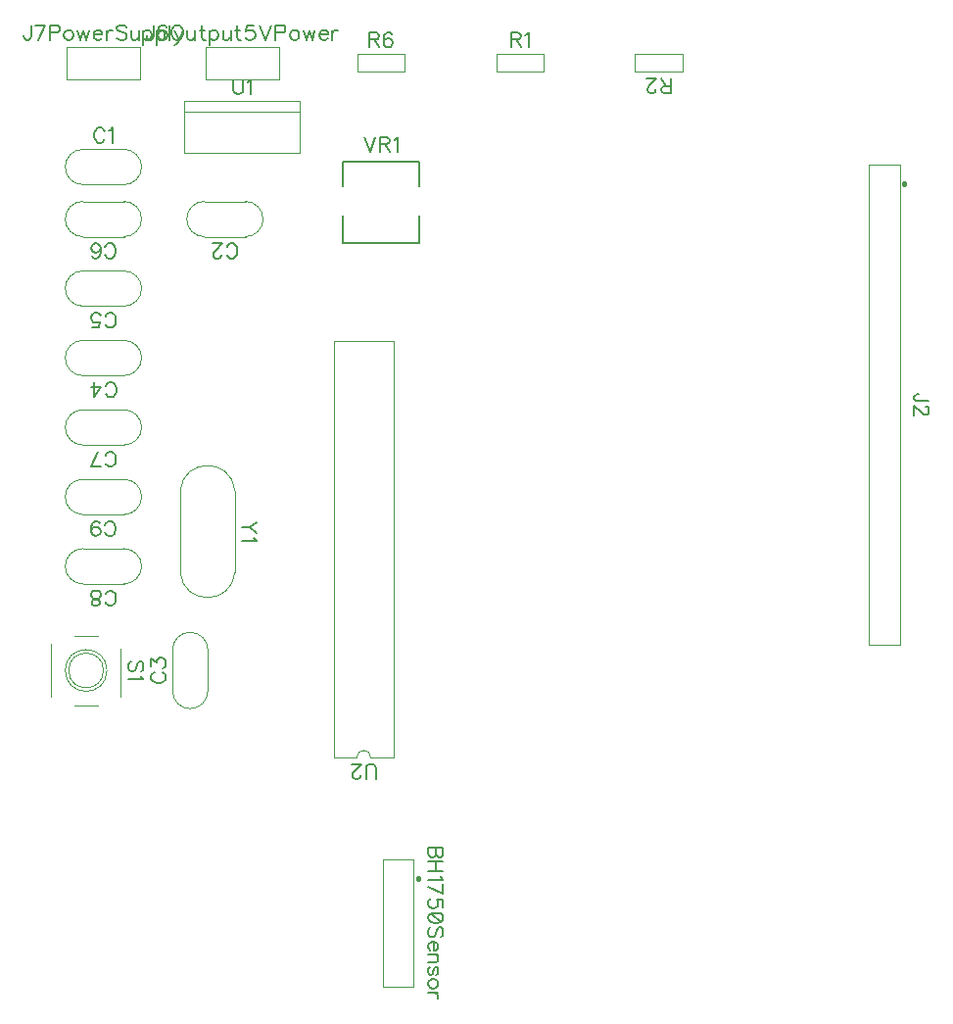
<source format=gbr>
G04 DipTrace 4.2.0.1*
G04 TopSilk.gbr*
%MOIN*%
G04 #@! TF.FileFunction,Legend,Top*
G04 #@! TF.Part,Single*
%ADD10C,0.004724*%
%ADD24C,0.005*%
%ADD70C,0.00772*%
%FSLAX26Y26*%
G04*
G70*
G90*
G75*
G01*
G04 TopSilk*
%LPD*%
X619037Y3345512D2*
D10*
X758916D1*
X619037Y3465512D2*
X758916D1*
Y3345512D2*
G03X758916Y3465512I60J60000D01*
G01*
X619037D2*
G03X619037Y3345512I-60J-60000D01*
G01*
X1172302Y3288346D2*
X1032423D1*
X1172302Y3168346D2*
X1032423D1*
Y3288346D2*
G03X1032423Y3168346I-60J-60000D01*
G01*
X1172302D2*
G03X1172302Y3288346I60J60000D01*
G01*
X1044255Y1622977D2*
X1044249Y1762856D1*
X924255Y1622971D2*
X924249Y1762850D1*
X1044249Y1762856D2*
G03X924249Y1762850I-60000J57D01*
G01*
X924255Y1622971D2*
G03X1044255Y1622977I60000J-57D01*
G01*
X758916Y2815906D2*
X619037D1*
X758916Y2695906D2*
X619037D1*
Y2815906D2*
G03X619037Y2695906I-60J-60000D01*
G01*
X758916D2*
G03X758916Y2815906I60J60000D01*
G01*
Y3052126D2*
X619037D1*
X758916Y2932126D2*
X619037D1*
Y3052126D2*
G03X619037Y2932126I-60J-60000D01*
G01*
X758916D2*
G03X758916Y3052126I60J60000D01*
G01*
Y3288346D2*
X619037D1*
X758916Y3168346D2*
X619037D1*
Y3288346D2*
G03X619037Y3168346I-60J-60000D01*
G01*
X758916D2*
G03X758916Y3288346I60J60000D01*
G01*
Y2579685D2*
X619037D1*
X758916Y2459685D2*
X619037D1*
Y2579685D2*
G03X619037Y2459685I-60J-60000D01*
G01*
X758916D2*
G03X758916Y2579685I60J60000D01*
G01*
Y2107244D2*
X619037D1*
X758916Y1987244D2*
X619037D1*
Y2107244D2*
G03X619037Y1987244I-60J-60000D01*
G01*
X758916D2*
G03X758916Y2107244I60J60000D01*
G01*
Y2343465D2*
X619037D1*
X758916Y2223465D2*
X619037D1*
Y2343465D2*
G03X619037Y2223465I-60J-60000D01*
G01*
X758916D2*
G03X758916Y2343465I60J60000D01*
G01*
X1745276Y1051181D2*
X1640551D1*
Y617323D1*
X1745276D1*
Y1051181D1*
G36*
X1762047Y993937D2*
X1763311Y993854D1*
X1764554Y993607D1*
X1765754Y993200D1*
X1766890Y992639D1*
X1767943Y991936D1*
X1768896Y991100D1*
X1769731Y990148D1*
X1770435Y989094D1*
X1770995Y987958D1*
X1771402Y986759D1*
X1771649Y985516D1*
X1771732Y984252D1*
X1771649Y982988D1*
X1771402Y981745D1*
X1770995Y980546D1*
X1770435Y979409D1*
X1769731Y978356D1*
X1768896Y977404D1*
X1767943Y976568D1*
X1766890Y975864D1*
X1765754Y975304D1*
X1764554Y974897D1*
X1763311Y974650D1*
X1762047Y974567D1*
D1*
X1760783Y974650D1*
X1759541Y974897D1*
X1758341Y975304D1*
X1757205Y975864D1*
X1756151Y976568D1*
X1755199Y977404D1*
X1754364Y978356D1*
X1753660Y979409D1*
X1753099Y980546D1*
X1752692Y981745D1*
X1752445Y982988D1*
X1752362Y984252D1*
X1752445Y985516D1*
X1752692Y986759D1*
X1753099Y987958D1*
X1753660Y989094D1*
X1754364Y990148D1*
X1755199Y991100D1*
X1756151Y991936D1*
X1757205Y992639D1*
X1758341Y993200D1*
X1759541Y993607D1*
X1760783Y993854D1*
X1762047Y993937D1*
D1*
G37*
X1035433Y3814961D2*
D10*
Y3704724D1*
X1287402D1*
Y3814961D1*
X1035433D1*
X562992D2*
Y3704724D1*
X814961D1*
Y3814961D1*
X562992D1*
X1503937Y3148819D2*
D24*
Y3238780D1*
Y3338780D2*
Y3424016D1*
X1763780D1*
Y3338780D1*
Y3238780D2*
Y3148819D1*
Y3148425D2*
X1503937D1*
X1714008Y3729843D2*
D10*
Y3789843D1*
X1553709Y3729843D2*
X1714008D1*
X1553709D2*
Y3789843D1*
X1714008D1*
X559059Y1692913D2*
G02X559059Y1692913I70862J0D01*
G01*
X511801Y1783464D2*
X511808Y1602353D1*
X590530Y1574787D2*
X669299Y1574790D1*
X748042Y1602363D2*
X748035Y1767719D1*
X669289Y1811040D2*
X590520Y1811036D1*
X570863Y1692913D2*
G02X570863Y1692913I59046J0D01*
G01*
X964567Y3629921D2*
Y3452756D1*
X1358268D1*
Y3629921D1*
X964567D1*
Y3594488D2*
X1358268D1*
X1677182Y1397640D2*
X1677151Y2814963D1*
X1472455Y1397636D2*
X1472424Y2814958D1*
X1677151Y2814963D2*
X1472424Y2814958D1*
X1677182Y1397640D2*
X1598450Y1397638D1*
X1472455Y1397636D2*
X1551188Y1397637D1*
X1598450Y1397638D2*
G03X1551188Y1397637I-23631J-104D01*
G01*
X950429Y2305016D2*
X950437Y2025688D1*
X1136178Y2305021D2*
X1136185Y2025693D1*
X1136178Y2305021D2*
G03X950429Y2305016I-92874J-8218D01*
G01*
X950437Y2025688D2*
G03X1136185Y2025693I92874J8218D01*
G01*
X2186449Y3729843D2*
Y3789843D1*
X2026150Y3729843D2*
X2186449D1*
X2026150D2*
Y3789843D1*
X2186449D1*
X2498591D2*
Y3729843D1*
X2658890Y3789843D2*
X2498591D1*
X2658890D2*
Y3729843D1*
X2498591D1*
X3398819Y3413386D2*
X3294094D1*
Y1779528D1*
X3398819D1*
Y3413386D1*
G36*
X3415591Y3356142D2*
X3416855Y3356059D1*
X3418097Y3355812D1*
X3419297Y3355405D1*
X3420433Y3354844D1*
X3421486Y3354140D1*
X3422439Y3353305D1*
X3423274Y3352353D1*
X3423978Y3351299D1*
X3424538Y3350163D1*
X3424946Y3348963D1*
X3425193Y3347721D1*
X3425276Y3346457D1*
X3425193Y3345193D1*
X3424946Y3343950D1*
X3424538Y3342750D1*
X3423978Y3341614D1*
X3423274Y3340561D1*
X3422439Y3339608D1*
X3421486Y3338773D1*
X3420433Y3338069D1*
X3419297Y3337509D1*
X3418097Y3337102D1*
X3416855Y3336855D1*
X3415591Y3336772D1*
D1*
X3414326Y3336855D1*
X3413084Y3337102D1*
X3411884Y3337509D1*
X3410748Y3338069D1*
X3409695Y3338773D1*
X3408742Y3339608D1*
X3407907Y3340561D1*
X3407203Y3341614D1*
X3406643Y3342750D1*
X3406236Y3343950D1*
X3405988Y3345193D1*
X3405906Y3346457D1*
X3405988Y3347721D1*
X3406236Y3348963D1*
X3406643Y3350163D1*
X3407203Y3351299D1*
X3407907Y3352353D1*
X3408742Y3353305D1*
X3409695Y3354140D1*
X3410748Y3354844D1*
X3411884Y3355405D1*
X3413084Y3355812D1*
X3414326Y3356059D1*
X3415591Y3356142D1*
D1*
G37*
X693195Y3526797D2*
D70*
X690818Y3531550D1*
X686010Y3536358D1*
X681257Y3538735D1*
X671695D1*
X666887Y3536358D1*
X662133Y3531550D1*
X659702Y3526797D1*
X657325Y3519612D1*
Y3507618D1*
X659702Y3500488D1*
X662133Y3495680D1*
X666887Y3490927D1*
X671695Y3488495D1*
X681257D1*
X686010Y3490927D1*
X690818Y3495680D1*
X693195Y3500488D1*
X708634Y3529118D2*
X713443Y3531550D1*
X720628Y3538680D1*
Y3488495D1*
X1108894Y3107062D2*
X1111270Y3102308D1*
X1116079Y3097500D1*
X1120832Y3095123D1*
X1130393D1*
X1135202Y3097500D1*
X1139955Y3102308D1*
X1142387Y3107062D1*
X1144763Y3114247D1*
Y3126240D1*
X1142387Y3133370D1*
X1139955Y3138178D1*
X1135202Y3142931D1*
X1130393Y3145363D1*
X1120832D1*
X1116079Y3142931D1*
X1111270Y3138178D1*
X1108894Y3133370D1*
X1091022Y3107117D2*
Y3104740D1*
X1088646Y3099932D1*
X1086269Y3097555D1*
X1081461Y3095179D1*
X1071899D1*
X1067146Y3097555D1*
X1064769Y3099932D1*
X1062338Y3104740D1*
Y3109493D1*
X1064769Y3114302D1*
X1069523Y3121432D1*
X1093454Y3145363D1*
X1059961D1*
X862967Y1686376D2*
X858214Y1683999D1*
X853406Y1679191D1*
X851030Y1674437D1*
Y1664876D1*
X853407Y1660068D1*
X858216Y1655315D1*
X862969Y1652883D1*
X870154Y1650507D1*
X882148D1*
X889277Y1652884D1*
X894086Y1655316D1*
X898839Y1660070D1*
X901270Y1664878D1*
Y1674440D1*
X898838Y1679193D1*
X894084Y1684001D1*
X889276Y1686378D1*
X851083Y1706623D2*
X851082Y1732876D1*
X870206Y1718563D1*
Y1725748D1*
X872582Y1730501D1*
X874959Y1732878D1*
X882144Y1735310D1*
X886897D1*
X894082Y1732878D1*
X898891Y1728126D1*
X901268Y1720941D1*
Y1713756D1*
X898892Y1706626D1*
X896460Y1704249D1*
X891707Y1701817D1*
X696696Y2634621D2*
X699073Y2629867D1*
X703881Y2625059D1*
X708634Y2622682D1*
X718196D1*
X723004Y2625059D1*
X727757Y2629867D1*
X730189Y2634621D1*
X732566Y2641806D1*
Y2653799D1*
X730189Y2660929D1*
X727757Y2665737D1*
X723004Y2670491D1*
X718196Y2672922D1*
X708634D1*
X703881Y2670491D1*
X699073Y2665737D1*
X696696Y2660929D1*
X657325Y2672922D2*
Y2622738D1*
X681257Y2656176D1*
X645387D1*
X695508Y2870841D2*
X697884Y2866088D1*
X702693Y2861279D1*
X707446Y2858903D1*
X717008D1*
X721816Y2861279D1*
X726569Y2866088D1*
X729001Y2870841D1*
X731378Y2878026D1*
Y2890020D1*
X729001Y2897149D1*
X726569Y2901958D1*
X721816Y2906711D1*
X717008Y2909143D1*
X707446D1*
X702693Y2906711D1*
X697884Y2901958D1*
X695508Y2897149D1*
X651384Y2858958D2*
X675260D1*
X677637Y2880458D1*
X675260Y2878081D1*
X668075Y2875650D1*
X660945D1*
X653760Y2878081D1*
X648952Y2882835D1*
X646575Y2890020D1*
Y2894773D1*
X648952Y2901958D1*
X653760Y2906766D1*
X660945Y2909143D1*
X668075D1*
X675260Y2906766D1*
X677637Y2904334D1*
X680068Y2899581D1*
X694292Y3107062D2*
X696668Y3102308D1*
X701477Y3097500D1*
X706230Y3095123D1*
X715792D1*
X720600Y3097500D1*
X725353Y3102308D1*
X727785Y3107062D1*
X730162Y3114247D1*
Y3126240D1*
X727785Y3133370D1*
X725353Y3138178D1*
X720600Y3142931D1*
X715792Y3145363D1*
X706230D1*
X701477Y3142931D1*
X696668Y3138178D1*
X694292Y3133370D1*
X650168Y3102308D2*
X652544Y3097555D1*
X659729Y3095179D1*
X664482D1*
X671667Y3097555D1*
X676476Y3104740D1*
X678853Y3116678D1*
Y3128617D1*
X676476Y3138178D1*
X671667Y3142987D1*
X664482Y3145363D1*
X662106D1*
X654976Y3142987D1*
X650168Y3138178D1*
X647791Y3130993D1*
Y3128617D1*
X650168Y3121432D1*
X654976Y3116678D1*
X662106Y3114302D1*
X664482D1*
X671667Y3116678D1*
X676476Y3121432D1*
X678853Y3128617D1*
X695508Y2398400D2*
X697884Y2393647D1*
X702693Y2388839D1*
X707446Y2386462D1*
X717008D1*
X721816Y2388839D1*
X726569Y2393647D1*
X729001Y2398400D1*
X731378Y2405585D1*
Y2417579D1*
X729001Y2424708D1*
X726569Y2429517D1*
X721816Y2434270D1*
X717008Y2436702D1*
X707446D1*
X702693Y2434270D1*
X697884Y2429517D1*
X695508Y2424708D1*
X670507Y2436702D2*
X646575Y2386517D1*
X680068D1*
X695480Y1925959D2*
X697857Y1921206D1*
X702665Y1916398D1*
X707418Y1914021D1*
X716980D1*
X721788Y1916398D1*
X726542Y1921206D1*
X728973Y1925959D1*
X731350Y1933144D1*
Y1945138D1*
X728973Y1952268D1*
X726542Y1957076D1*
X721788Y1961829D1*
X716980Y1964261D1*
X707418D1*
X702665Y1961829D1*
X697857Y1957076D1*
X695480Y1952268D1*
X668103Y1914076D2*
X675232Y1916453D1*
X677664Y1921206D1*
Y1926014D1*
X675232Y1930768D1*
X670479Y1933200D1*
X660918Y1935576D1*
X653733Y1937953D1*
X648979Y1942761D1*
X646603Y1947514D1*
Y1954699D1*
X648979Y1959453D1*
X651356Y1961884D1*
X658541Y1964261D1*
X668103D1*
X675232Y1961884D1*
X677664Y1959453D1*
X680041Y1954699D1*
Y1947514D1*
X677664Y1942761D1*
X672856Y1937953D1*
X665726Y1935576D1*
X656164Y1933200D1*
X651356Y1930768D1*
X648979Y1926014D1*
Y1921206D1*
X651356Y1916453D1*
X658541Y1914076D1*
X668103D1*
X694319Y2162180D2*
X696696Y2157426D1*
X701504Y2152618D1*
X706258Y2150241D1*
X715819D1*
X720628Y2152618D1*
X725381Y2157426D1*
X727813Y2162180D1*
X730189Y2169365D1*
Y2181358D1*
X727813Y2188488D1*
X725381Y2193296D1*
X720628Y2198050D1*
X715819Y2200481D1*
X706258D1*
X701504Y2198050D1*
X696696Y2193296D1*
X694319Y2188488D1*
X647763Y2166988D2*
X650195Y2174173D1*
X654948Y2178982D1*
X662133Y2181358D1*
X664510D1*
X671695Y2178982D1*
X676448Y2174173D1*
X678880Y2166988D1*
Y2164612D1*
X676448Y2157426D1*
X671695Y2152673D1*
X664510Y2150297D1*
X662133D1*
X654948Y2152673D1*
X650195Y2157426D1*
X647763Y2166988D1*
Y2178982D1*
X650195Y2190920D1*
X654948Y2198105D1*
X662133Y2200481D1*
X666887D1*
X674072Y2198105D1*
X676448Y2193296D1*
X1844955Y1091443D2*
X1794715D1*
Y1069888D1*
X1797147Y1062703D1*
X1799524Y1060326D1*
X1804277Y1057950D1*
X1811462D1*
X1816270Y1060326D1*
X1818647Y1062703D1*
X1821024Y1069888D1*
X1823456Y1062703D1*
X1825832Y1060326D1*
X1830585Y1057950D1*
X1835394D1*
X1840147Y1060326D1*
X1842579Y1062703D1*
X1844955Y1069888D1*
Y1091443D1*
X1821024D2*
Y1069888D1*
X1844955Y1042510D2*
X1794715D1*
X1844955Y1009017D2*
X1794715D1*
X1821024Y1042510D2*
Y1009017D1*
X1835338Y993578D2*
X1837770Y988769D1*
X1844900Y981584D1*
X1794715D1*
Y956583D2*
X1844900Y932652D1*
Y966145D1*
Y888528D2*
Y912404D1*
X1823400Y914781D1*
X1825777Y912404D1*
X1828209Y905219D1*
Y898089D1*
X1825777Y890904D1*
X1821024Y886096D1*
X1813839Y883719D1*
X1809085D1*
X1801900Y886096D1*
X1797092Y890904D1*
X1794715Y898089D1*
Y905219D1*
X1797092Y912404D1*
X1799524Y914781D1*
X1804277Y917212D1*
X1844900Y853910D2*
X1842524Y861095D1*
X1835338Y865903D1*
X1823400Y868280D1*
X1816215D1*
X1804277Y865903D1*
X1797092Y861095D1*
X1794715Y853910D1*
Y849157D1*
X1797092Y841972D1*
X1804277Y837218D1*
X1816215Y834787D1*
X1823400D1*
X1835338Y837218D1*
X1842524Y841972D1*
X1844900Y849157D1*
Y853910D1*
X1835338Y837218D2*
X1804277Y865903D1*
X1837770Y785854D2*
X1842579Y790607D1*
X1844955Y797792D1*
Y807354D1*
X1842579Y814539D1*
X1837770Y819347D1*
X1833017D1*
X1828209Y816915D1*
X1825832Y814539D1*
X1823456Y809786D1*
X1818647Y795416D1*
X1816270Y790607D1*
X1813839Y788231D1*
X1809085Y785854D1*
X1801900D1*
X1797147Y790607D1*
X1794715Y797792D1*
Y807354D1*
X1797147Y814539D1*
X1801900Y819347D1*
X1813839Y770415D2*
Y741730D1*
X1818647D1*
X1823456Y744106D1*
X1825832Y746483D1*
X1828209Y751291D1*
Y758477D1*
X1825832Y763230D1*
X1821024Y768038D1*
X1813839Y770415D1*
X1809085D1*
X1801900Y768038D1*
X1797147Y763230D1*
X1794715Y758477D1*
Y751291D1*
X1797147Y746483D1*
X1801900Y741730D1*
X1828209Y726291D2*
X1794715D1*
X1818647D2*
X1825832Y719106D1*
X1828209Y714297D1*
Y707167D1*
X1825832Y702359D1*
X1818647Y699982D1*
X1794715D1*
X1821024Y658235D2*
X1825832Y660611D1*
X1828209Y667796D1*
Y674981D1*
X1825832Y682166D1*
X1821024Y684543D1*
X1816270Y682166D1*
X1813839Y677358D1*
X1811462Y665420D1*
X1809085Y660611D1*
X1804277Y658235D1*
X1801900D1*
X1797147Y660611D1*
X1794715Y667796D1*
Y674981D1*
X1797147Y682166D1*
X1801900Y684543D1*
X1828209Y630857D2*
X1825832Y635610D1*
X1821024Y640419D1*
X1813839Y642795D1*
X1809085D1*
X1801900Y640419D1*
X1797147Y635610D1*
X1794715Y630857D1*
Y623672D1*
X1797147Y618864D1*
X1801900Y614111D1*
X1809085Y611679D1*
X1813839D1*
X1821024Y614111D1*
X1825832Y618864D1*
X1828209Y623672D1*
Y630857D1*
Y596240D2*
X1794715D1*
X1813839D2*
X1821024Y593808D1*
X1825832Y589054D1*
X1828209Y584246D1*
Y577061D1*
X859623Y3888184D2*
Y3849937D1*
X857246Y3842752D1*
X854814Y3840376D1*
X850061Y3837944D1*
X845253D1*
X840500Y3840376D1*
X838123Y3842752D1*
X835691Y3849937D1*
Y3854690D1*
X903747Y3880999D2*
X901370Y3885752D1*
X894185Y3888128D1*
X889432D1*
X882247Y3885752D1*
X877439Y3878567D1*
X875062Y3866629D1*
Y3854690D1*
X877439Y3845129D1*
X882247Y3840320D1*
X889432Y3837944D1*
X891809D1*
X898939Y3840320D1*
X903747Y3845129D1*
X906124Y3852314D1*
Y3854690D1*
X903747Y3861875D1*
X898939Y3866629D1*
X891809Y3869005D1*
X889432D1*
X882247Y3866629D1*
X877439Y3861875D1*
X875062Y3854690D1*
X935933Y3888184D2*
X931124Y3885807D1*
X926371Y3880999D1*
X923939Y3876245D1*
X921563Y3869060D1*
Y3857067D1*
X923939Y3849937D1*
X926371Y3845129D1*
X931124Y3840376D1*
X935933Y3837944D1*
X945495D1*
X950248Y3840376D1*
X955056Y3845129D1*
X957433Y3849937D1*
X959809Y3857067D1*
Y3869060D1*
X957433Y3876245D1*
X955056Y3880999D1*
X950248Y3885807D1*
X945495Y3888184D1*
X935933D1*
X975249Y3871437D2*
Y3847505D1*
X977625Y3840376D1*
X982434Y3837944D1*
X989619D1*
X994372Y3840376D1*
X1001557Y3847505D1*
Y3871437D2*
Y3837944D1*
X1024181Y3888184D2*
Y3847505D1*
X1026558Y3840376D1*
X1031366Y3837944D1*
X1036119D1*
X1016996Y3871437D2*
X1033743D1*
X1051559D2*
Y3821197D1*
Y3864252D2*
X1056367Y3869005D1*
X1061120Y3871437D1*
X1068305D1*
X1073114Y3869005D1*
X1077867Y3864252D1*
X1080299Y3857067D1*
Y3852259D1*
X1077867Y3845129D1*
X1073114Y3840320D1*
X1068305Y3837944D1*
X1061120D1*
X1056367Y3840320D1*
X1051559Y3845129D1*
X1095738Y3871437D2*
Y3847505D1*
X1098115Y3840376D1*
X1102923Y3837944D1*
X1110108D1*
X1114861Y3840376D1*
X1122046Y3847505D1*
Y3871437D2*
Y3837944D1*
X1144671Y3888184D2*
Y3847505D1*
X1147047Y3840376D1*
X1151856Y3837944D1*
X1156609D1*
X1137486Y3871437D2*
X1154232D1*
X1200733Y3888128D2*
X1176857D1*
X1174480Y3866629D1*
X1176857Y3869005D1*
X1184042Y3871437D1*
X1191171D1*
X1198356Y3869005D1*
X1203165Y3864252D1*
X1205541Y3857067D1*
Y3852314D1*
X1203165Y3845129D1*
X1198356Y3840320D1*
X1191171Y3837944D1*
X1184042D1*
X1176857Y3840320D1*
X1174480Y3842752D1*
X1172048Y3847505D1*
X1220981Y3888184D2*
X1240104Y3837944D1*
X1259227Y3888184D1*
X1274666Y3861875D2*
X1296222D1*
X1303351Y3864252D1*
X1305783Y3866684D1*
X1308160Y3871437D1*
Y3878622D1*
X1305783Y3883375D1*
X1303351Y3885807D1*
X1296222Y3888184D1*
X1274666D1*
Y3837944D1*
X1335537Y3871437D2*
X1330784Y3869060D1*
X1325976Y3864252D1*
X1323599Y3857067D1*
Y3852314D1*
X1325976Y3845129D1*
X1330784Y3840376D1*
X1335537Y3837944D1*
X1342722D1*
X1347531Y3840376D1*
X1352284Y3845129D1*
X1354716Y3852314D1*
Y3857067D1*
X1352284Y3864252D1*
X1347531Y3869060D1*
X1342722Y3871437D1*
X1335537D1*
X1370155D2*
X1379717Y3837944D1*
X1389278Y3871437D1*
X1398840Y3837944D1*
X1408402Y3871437D1*
X1423841Y3857067D2*
X1452526D1*
Y3861875D1*
X1450149Y3866684D1*
X1447773Y3869060D1*
X1442964Y3871437D1*
X1435779D1*
X1431026Y3869060D1*
X1426217Y3864252D1*
X1423841Y3857067D1*
Y3852314D1*
X1426217Y3845129D1*
X1431026Y3840376D1*
X1435779Y3837944D1*
X1442964D1*
X1447773Y3840376D1*
X1452526Y3845129D1*
X1467965Y3871437D2*
Y3837944D1*
Y3857067D2*
X1470397Y3864252D1*
X1475150Y3869060D1*
X1479958Y3871437D1*
X1487143D1*
X442001Y3888184D2*
Y3849937D1*
X439624Y3842752D1*
X437192Y3840376D1*
X432439Y3837944D1*
X427631D1*
X422877Y3840376D1*
X420501Y3842752D1*
X418069Y3849937D1*
Y3854690D1*
X467002Y3837944D2*
X490933Y3888128D1*
X457440D1*
X506373Y3861875D2*
X527928D1*
X535057Y3864252D1*
X537489Y3866684D1*
X539866Y3871437D1*
Y3878622D1*
X537489Y3883375D1*
X535057Y3885807D1*
X527928Y3888184D1*
X506373D1*
Y3837944D1*
X567243Y3871437D2*
X562490Y3869060D1*
X557682Y3864252D1*
X555305Y3857067D1*
Y3852314D1*
X557682Y3845129D1*
X562490Y3840376D1*
X567243Y3837944D1*
X574428D1*
X579237Y3840376D1*
X583990Y3845129D1*
X586422Y3852314D1*
Y3857067D1*
X583990Y3864252D1*
X579237Y3869060D1*
X574428Y3871437D1*
X567243D1*
X601861D2*
X611423Y3837944D1*
X620984Y3871437D1*
X630546Y3837944D1*
X640108Y3871437D1*
X655547Y3857067D2*
X684232D1*
Y3861875D1*
X681855Y3866684D1*
X679479Y3869060D1*
X674670Y3871437D1*
X667485D1*
X662732Y3869060D1*
X657923Y3864252D1*
X655547Y3857067D1*
Y3852314D1*
X657923Y3845129D1*
X662732Y3840376D1*
X667485Y3837944D1*
X674670D1*
X679479Y3840376D1*
X684232Y3845129D1*
X699671Y3871437D2*
Y3837944D1*
Y3857067D2*
X702103Y3864252D1*
X706856Y3869060D1*
X711665Y3871437D1*
X718850D1*
X767782Y3880999D2*
X763029Y3885807D1*
X755844Y3888184D1*
X746282D1*
X739097Y3885807D1*
X734289Y3880999D1*
Y3876245D1*
X736721Y3871437D1*
X739097Y3869060D1*
X743850Y3866684D1*
X758221Y3861875D1*
X763029Y3859499D1*
X765406Y3857067D1*
X767782Y3852314D1*
Y3845129D1*
X763029Y3840376D1*
X755844Y3837944D1*
X746282D1*
X739097Y3840376D1*
X734289Y3845129D1*
X783221Y3871437D2*
Y3847505D1*
X785598Y3840376D1*
X790406Y3837944D1*
X797591D1*
X802345Y3840376D1*
X809530Y3847505D1*
Y3871437D2*
Y3837944D1*
X824969Y3871437D2*
Y3821197D1*
Y3864252D2*
X829777Y3869005D1*
X834531Y3871437D1*
X841716D1*
X846524Y3869005D1*
X851277Y3864252D1*
X853709Y3857067D1*
Y3852259D1*
X851277Y3845129D1*
X846524Y3840320D1*
X841716Y3837944D1*
X834531D1*
X829777Y3840320D1*
X824969Y3845129D1*
X869148Y3871437D2*
Y3821197D1*
Y3864252D2*
X873957Y3869005D1*
X878710Y3871437D1*
X885895D1*
X890703Y3869005D1*
X895457Y3864252D1*
X897888Y3857067D1*
Y3852259D1*
X895457Y3845129D1*
X890703Y3840320D1*
X885895Y3837944D1*
X878710D1*
X873957Y3840320D1*
X869148Y3845129D1*
X913328Y3888184D2*
Y3837944D1*
X931199Y3871437D2*
X945514Y3837944D1*
X940760Y3828382D1*
X935952Y3823574D1*
X931199Y3821197D1*
X928767D1*
X959884Y3871437D2*
X945514Y3837944D1*
X1576552Y3507081D2*
X1595676Y3456841D1*
X1614799Y3507081D1*
X1630238Y3483150D2*
X1651738D1*
X1658923Y3485581D1*
X1661355Y3487958D1*
X1663731Y3492711D1*
Y3497520D1*
X1661355Y3502273D1*
X1658923Y3504705D1*
X1651738Y3507081D1*
X1630238D1*
Y3456841D1*
X1646985Y3483150D2*
X1663731Y3456841D1*
X1679171Y3497464D2*
X1683979Y3499896D1*
X1691164Y3507026D1*
Y3456841D1*
X1593861Y3839134D2*
X1615361D1*
X1622546Y3841566D1*
X1624978Y3843942D1*
X1627355Y3848696D1*
Y3853504D1*
X1624978Y3858257D1*
X1622546Y3860689D1*
X1615361Y3863066D1*
X1593861D1*
Y3812826D1*
X1610608Y3839134D2*
X1627355Y3812826D1*
X1671479Y3855881D2*
X1669102Y3860634D1*
X1661917Y3863010D1*
X1657164D1*
X1649979Y3860634D1*
X1645170Y3853449D1*
X1642794Y3841510D1*
Y3829572D1*
X1645170Y3820011D1*
X1649979Y3815202D1*
X1657164Y3812826D1*
X1659540D1*
X1666670Y3815202D1*
X1671479Y3820011D1*
X1673855Y3827196D1*
Y3829572D1*
X1671479Y3836757D1*
X1666670Y3841510D1*
X1659540Y3843887D1*
X1657164D1*
X1649979Y3841510D1*
X1645170Y3836757D1*
X1642794Y3829572D1*
X818007Y1689891D2*
X822815Y1694644D1*
X825191Y1701829D1*
Y1711391D1*
X822814Y1718576D1*
X818005Y1723384D1*
X813252D1*
X808444Y1720952D1*
X806067Y1718575D1*
X803691Y1713822D1*
X798883Y1699452D1*
X796507Y1694643D1*
X794075Y1692266D1*
X789322Y1689890D1*
X782137Y1689889D1*
X777383Y1694642D1*
X774951Y1701827D1*
Y1711389D1*
X777382Y1718574D1*
X782135Y1723383D1*
X815575Y1674451D2*
X818007Y1669643D1*
X825138Y1662458D1*
X774953Y1662456D1*
X1130954Y3703144D2*
Y3667274D1*
X1133331Y3660089D1*
X1138139Y3655336D1*
X1145324Y3652904D1*
X1150078D1*
X1157263Y3655336D1*
X1162071Y3660089D1*
X1164448Y3667274D1*
Y3703144D1*
X1179887Y3693527D2*
X1184695Y3695959D1*
X1191880Y3703089D1*
Y3652904D1*
X1616033Y1324416D2*
Y1360286D1*
X1613656Y1367471D1*
X1608847Y1372224D1*
X1601662Y1374655D1*
X1596909D1*
X1589724Y1372223D1*
X1584916Y1367470D1*
X1582539Y1360285D1*
X1582540Y1324415D1*
X1564669Y1336408D2*
Y1334031D1*
X1562292Y1329223D1*
X1559916Y1326846D1*
X1555107Y1324470D1*
X1545546Y1324469D1*
X1540792Y1326846D1*
X1538416Y1329222D1*
X1535984Y1334031D1*
Y1338784D1*
X1538415Y1343592D1*
X1543168Y1350722D1*
X1567100Y1374655D1*
X1533606Y1374654D1*
X1209403Y2198198D2*
X1185472Y2179074D1*
X1159164D1*
X1209404Y2159952D2*
X1185472Y2179074D1*
X1199788Y2144512D2*
X1202220Y2139704D1*
X1209350Y2132519D1*
X1159165Y2132518D1*
X2075836Y3839134D2*
X2097336D1*
X2104521Y3841566D1*
X2106953Y3843942D1*
X2109330Y3848696D1*
Y3853504D1*
X2106953Y3858257D1*
X2104521Y3860689D1*
X2097336Y3863066D1*
X2075836D1*
Y3812826D1*
X2092583Y3839134D2*
X2109330Y3812826D1*
X2124769Y3853449D2*
X2129577Y3855881D1*
X2136762Y3863010D1*
Y3812826D1*
X2619953Y3680551D2*
X2598453D1*
X2591268Y3678119D1*
X2588836Y3675743D1*
X2586460Y3670990D1*
Y3666181D1*
X2588836Y3661428D1*
X2591268Y3658996D1*
X2598453Y3656619D1*
X2619953D1*
Y3706859D1*
X2603206Y3680551D2*
X2586460Y3706859D1*
X2568589Y3668613D2*
Y3666236D1*
X2566212Y3661428D1*
X2563835Y3659051D1*
X2559027Y3656675D1*
X2549465D1*
X2544712Y3659051D1*
X2542336Y3661428D1*
X2539904Y3666236D1*
Y3670990D1*
X2542336Y3675798D1*
X2547089Y3682928D1*
X2571021Y3706859D1*
X2537527D1*
X3498499Y2608957D2*
X3460252D1*
X3453067Y2611334D1*
X3450691Y2613766D1*
X3448259Y2618519D1*
Y2623327D1*
X3450691Y2628080D1*
X3453067Y2630457D1*
X3460252Y2632889D1*
X3465005D1*
X3486505Y2591086D2*
X3488882D1*
X3493690Y2588709D1*
X3496067Y2586333D1*
X3498443Y2581524D1*
Y2571963D1*
X3496067Y2567210D1*
X3493690Y2564833D1*
X3488882Y2562401D1*
X3484129D1*
X3479320Y2564833D1*
X3472190Y2569586D1*
X3448259Y2593518D1*
Y2560025D1*
M02*

</source>
